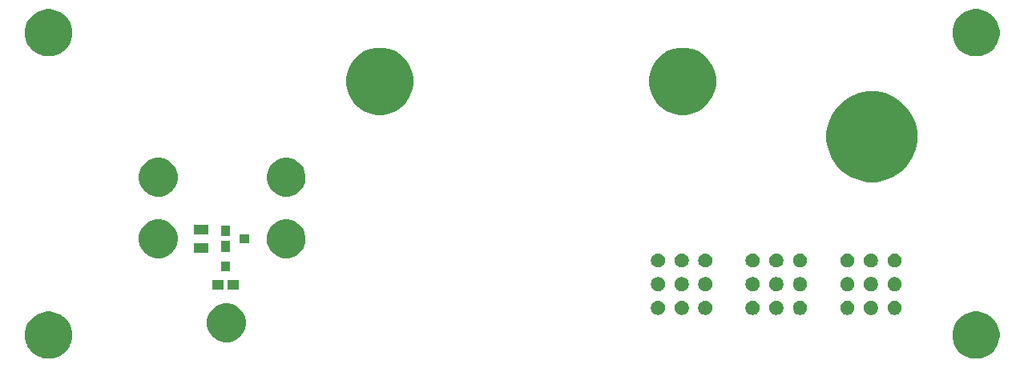
<source format=gbs>
G04 #@! TF.GenerationSoftware,KiCad,Pcbnew,5.0.2-bee76a0~70~ubuntu16.04.1*
G04 #@! TF.CreationDate,2019-09-01T12:37:42-07:00*
G04 #@! TF.ProjectId,endcap,656e6463-6170-42e6-9b69-6361645f7063,rev?*
G04 #@! TF.SameCoordinates,PX2faf080PY2faf080*
G04 #@! TF.FileFunction,Soldermask,Bot*
G04 #@! TF.FilePolarity,Negative*
%FSLAX46Y46*%
G04 Gerber Fmt 4.6, Leading zero omitted, Abs format (unit mm)*
G04 Created by KiCad (PCBNEW 5.0.2-bee76a0~70~ubuntu16.04.1) date Sun 01 Sep 2019 12:37:42 PM PDT*
%MOMM*%
%LPD*%
G01*
G04 APERTURE LIST*
%ADD10C,0.100000*%
G04 APERTURE END LIST*
D10*
G36*
X102487921Y-33547056D02*
X102729515Y-33595112D01*
X103184668Y-33783643D01*
X103588841Y-34053703D01*
X103594297Y-34057349D01*
X103942651Y-34405703D01*
X104216358Y-34815334D01*
X104404888Y-35270486D01*
X104501000Y-35753672D01*
X104501000Y-36246328D01*
X104491693Y-36293116D01*
X104404888Y-36729515D01*
X104271577Y-37051356D01*
X104216358Y-37184666D01*
X103942651Y-37594297D01*
X103594297Y-37942651D01*
X103594294Y-37942653D01*
X103184668Y-38216357D01*
X102729515Y-38404888D01*
X102487921Y-38452944D01*
X102246328Y-38501000D01*
X101753672Y-38501000D01*
X101512079Y-38452944D01*
X101270485Y-38404888D01*
X100815332Y-38216357D01*
X100405706Y-37942653D01*
X100405703Y-37942651D01*
X100057349Y-37594297D01*
X99783642Y-37184666D01*
X99728423Y-37051356D01*
X99595112Y-36729515D01*
X99508307Y-36293116D01*
X99499000Y-36246328D01*
X99499000Y-35753672D01*
X99595112Y-35270486D01*
X99783642Y-34815334D01*
X100057349Y-34405703D01*
X100405703Y-34057349D01*
X100411159Y-34053703D01*
X100815332Y-33783643D01*
X101270485Y-33595112D01*
X101512079Y-33547056D01*
X101753672Y-33499000D01*
X102246328Y-33499000D01*
X102487921Y-33547056D01*
X102487921Y-33547056D01*
G37*
G36*
X4487921Y-33547056D02*
X4729515Y-33595112D01*
X5184668Y-33783643D01*
X5588841Y-34053703D01*
X5594297Y-34057349D01*
X5942651Y-34405703D01*
X6216358Y-34815334D01*
X6404888Y-35270486D01*
X6501000Y-35753672D01*
X6501000Y-36246328D01*
X6491693Y-36293116D01*
X6404888Y-36729515D01*
X6271577Y-37051356D01*
X6216358Y-37184666D01*
X5942651Y-37594297D01*
X5594297Y-37942651D01*
X5594294Y-37942653D01*
X5184668Y-38216357D01*
X4729515Y-38404888D01*
X4487921Y-38452944D01*
X4246328Y-38501000D01*
X3753672Y-38501000D01*
X3512079Y-38452944D01*
X3270485Y-38404888D01*
X2815332Y-38216357D01*
X2405706Y-37942653D01*
X2405703Y-37942651D01*
X2057349Y-37594297D01*
X1783642Y-37184666D01*
X1728423Y-37051356D01*
X1595112Y-36729515D01*
X1508307Y-36293116D01*
X1499000Y-36246328D01*
X1499000Y-35753672D01*
X1595112Y-35270486D01*
X1783642Y-34815334D01*
X2057349Y-34405703D01*
X2405703Y-34057349D01*
X2411159Y-34053703D01*
X2815332Y-33783643D01*
X3270485Y-33595112D01*
X3512079Y-33547056D01*
X3753672Y-33499000D01*
X4246328Y-33499000D01*
X4487921Y-33547056D01*
X4487921Y-33547056D01*
G37*
G36*
X23398252Y-32727818D02*
X23398254Y-32727819D01*
X23398255Y-32727819D01*
X23771513Y-32882427D01*
X23771514Y-32882428D01*
X24107439Y-33106886D01*
X24393114Y-33392561D01*
X24393116Y-33392564D01*
X24617573Y-33728487D01*
X24772181Y-34101745D01*
X24851000Y-34497994D01*
X24851000Y-34902006D01*
X24772181Y-35298255D01*
X24617573Y-35671513D01*
X24617572Y-35671514D01*
X24393114Y-36007439D01*
X24107439Y-36293114D01*
X24107436Y-36293116D01*
X23771513Y-36517573D01*
X23398255Y-36672181D01*
X23398254Y-36672181D01*
X23398252Y-36672182D01*
X23002007Y-36751000D01*
X22597993Y-36751000D01*
X22201748Y-36672182D01*
X22201746Y-36672181D01*
X22201745Y-36672181D01*
X21828487Y-36517573D01*
X21492564Y-36293116D01*
X21492561Y-36293114D01*
X21206886Y-36007439D01*
X20982428Y-35671514D01*
X20982427Y-35671513D01*
X20827819Y-35298255D01*
X20749000Y-34902006D01*
X20749000Y-34497994D01*
X20827819Y-34101745D01*
X20982427Y-33728487D01*
X21206884Y-33392564D01*
X21206886Y-33392561D01*
X21492561Y-33106886D01*
X21828486Y-32882428D01*
X21828487Y-32882427D01*
X22201745Y-32727819D01*
X22201746Y-32727819D01*
X22201748Y-32727818D01*
X22597993Y-32649000D01*
X23002007Y-32649000D01*
X23398252Y-32727818D01*
X23398252Y-32727818D01*
G37*
G36*
X68532004Y-32360544D02*
X68619059Y-32377860D01*
X68755732Y-32434472D01*
X68755733Y-32434473D01*
X68878738Y-32516662D01*
X68983338Y-32621262D01*
X68983340Y-32621265D01*
X69065528Y-32744268D01*
X69122140Y-32880941D01*
X69151000Y-33026033D01*
X69151000Y-33173967D01*
X69122140Y-33319059D01*
X69065528Y-33455732D01*
X69065527Y-33455733D01*
X68983338Y-33578738D01*
X68878738Y-33683338D01*
X68878735Y-33683340D01*
X68755732Y-33765528D01*
X68619059Y-33822140D01*
X68532004Y-33839456D01*
X68473969Y-33851000D01*
X68326031Y-33851000D01*
X68267996Y-33839456D01*
X68180941Y-33822140D01*
X68044268Y-33765528D01*
X67921265Y-33683340D01*
X67921262Y-33683338D01*
X67816662Y-33578738D01*
X67734473Y-33455733D01*
X67734472Y-33455732D01*
X67677860Y-33319059D01*
X67649000Y-33173967D01*
X67649000Y-33026033D01*
X67677860Y-32880941D01*
X67734472Y-32744268D01*
X67816660Y-32621265D01*
X67816662Y-32621262D01*
X67921262Y-32516662D01*
X68044267Y-32434473D01*
X68044268Y-32434472D01*
X68180941Y-32377860D01*
X68267996Y-32360544D01*
X68326031Y-32349000D01*
X68473969Y-32349000D01*
X68532004Y-32360544D01*
X68532004Y-32360544D01*
G37*
G36*
X71032004Y-32360544D02*
X71119059Y-32377860D01*
X71255732Y-32434472D01*
X71255733Y-32434473D01*
X71378738Y-32516662D01*
X71483338Y-32621262D01*
X71483340Y-32621265D01*
X71565528Y-32744268D01*
X71622140Y-32880941D01*
X71651000Y-33026033D01*
X71651000Y-33173967D01*
X71622140Y-33319059D01*
X71565528Y-33455732D01*
X71565527Y-33455733D01*
X71483338Y-33578738D01*
X71378738Y-33683338D01*
X71378735Y-33683340D01*
X71255732Y-33765528D01*
X71119059Y-33822140D01*
X71032004Y-33839456D01*
X70973969Y-33851000D01*
X70826031Y-33851000D01*
X70767996Y-33839456D01*
X70680941Y-33822140D01*
X70544268Y-33765528D01*
X70421265Y-33683340D01*
X70421262Y-33683338D01*
X70316662Y-33578738D01*
X70234473Y-33455733D01*
X70234472Y-33455732D01*
X70177860Y-33319059D01*
X70149000Y-33173967D01*
X70149000Y-33026033D01*
X70177860Y-32880941D01*
X70234472Y-32744268D01*
X70316660Y-32621265D01*
X70316662Y-32621262D01*
X70421262Y-32516662D01*
X70544267Y-32434473D01*
X70544268Y-32434472D01*
X70680941Y-32377860D01*
X70767996Y-32360544D01*
X70826031Y-32349000D01*
X70973969Y-32349000D01*
X71032004Y-32360544D01*
X71032004Y-32360544D01*
G37*
G36*
X73532004Y-32360544D02*
X73619059Y-32377860D01*
X73755732Y-32434472D01*
X73755733Y-32434473D01*
X73878738Y-32516662D01*
X73983338Y-32621262D01*
X73983340Y-32621265D01*
X74065528Y-32744268D01*
X74122140Y-32880941D01*
X74151000Y-33026033D01*
X74151000Y-33173967D01*
X74122140Y-33319059D01*
X74065528Y-33455732D01*
X74065527Y-33455733D01*
X73983338Y-33578738D01*
X73878738Y-33683338D01*
X73878735Y-33683340D01*
X73755732Y-33765528D01*
X73619059Y-33822140D01*
X73532004Y-33839456D01*
X73473969Y-33851000D01*
X73326031Y-33851000D01*
X73267996Y-33839456D01*
X73180941Y-33822140D01*
X73044268Y-33765528D01*
X72921265Y-33683340D01*
X72921262Y-33683338D01*
X72816662Y-33578738D01*
X72734473Y-33455733D01*
X72734472Y-33455732D01*
X72677860Y-33319059D01*
X72649000Y-33173967D01*
X72649000Y-33026033D01*
X72677860Y-32880941D01*
X72734472Y-32744268D01*
X72816660Y-32621265D01*
X72816662Y-32621262D01*
X72921262Y-32516662D01*
X73044267Y-32434473D01*
X73044268Y-32434472D01*
X73180941Y-32377860D01*
X73267996Y-32360544D01*
X73326031Y-32349000D01*
X73473969Y-32349000D01*
X73532004Y-32360544D01*
X73532004Y-32360544D01*
G37*
G36*
X78532004Y-32360544D02*
X78619059Y-32377860D01*
X78755732Y-32434472D01*
X78755733Y-32434473D01*
X78878738Y-32516662D01*
X78983338Y-32621262D01*
X78983340Y-32621265D01*
X79065528Y-32744268D01*
X79122140Y-32880941D01*
X79151000Y-33026033D01*
X79151000Y-33173967D01*
X79122140Y-33319059D01*
X79065528Y-33455732D01*
X79065527Y-33455733D01*
X78983338Y-33578738D01*
X78878738Y-33683338D01*
X78878735Y-33683340D01*
X78755732Y-33765528D01*
X78619059Y-33822140D01*
X78532004Y-33839456D01*
X78473969Y-33851000D01*
X78326031Y-33851000D01*
X78267996Y-33839456D01*
X78180941Y-33822140D01*
X78044268Y-33765528D01*
X77921265Y-33683340D01*
X77921262Y-33683338D01*
X77816662Y-33578738D01*
X77734473Y-33455733D01*
X77734472Y-33455732D01*
X77677860Y-33319059D01*
X77649000Y-33173967D01*
X77649000Y-33026033D01*
X77677860Y-32880941D01*
X77734472Y-32744268D01*
X77816660Y-32621265D01*
X77816662Y-32621262D01*
X77921262Y-32516662D01*
X78044267Y-32434473D01*
X78044268Y-32434472D01*
X78180941Y-32377860D01*
X78267996Y-32360544D01*
X78326031Y-32349000D01*
X78473969Y-32349000D01*
X78532004Y-32360544D01*
X78532004Y-32360544D01*
G37*
G36*
X81032004Y-32360544D02*
X81119059Y-32377860D01*
X81255732Y-32434472D01*
X81255733Y-32434473D01*
X81378738Y-32516662D01*
X81483338Y-32621262D01*
X81483340Y-32621265D01*
X81565528Y-32744268D01*
X81622140Y-32880941D01*
X81651000Y-33026033D01*
X81651000Y-33173967D01*
X81622140Y-33319059D01*
X81565528Y-33455732D01*
X81565527Y-33455733D01*
X81483338Y-33578738D01*
X81378738Y-33683338D01*
X81378735Y-33683340D01*
X81255732Y-33765528D01*
X81119059Y-33822140D01*
X81032004Y-33839456D01*
X80973969Y-33851000D01*
X80826031Y-33851000D01*
X80767996Y-33839456D01*
X80680941Y-33822140D01*
X80544268Y-33765528D01*
X80421265Y-33683340D01*
X80421262Y-33683338D01*
X80316662Y-33578738D01*
X80234473Y-33455733D01*
X80234472Y-33455732D01*
X80177860Y-33319059D01*
X80149000Y-33173967D01*
X80149000Y-33026033D01*
X80177860Y-32880941D01*
X80234472Y-32744268D01*
X80316660Y-32621265D01*
X80316662Y-32621262D01*
X80421262Y-32516662D01*
X80544267Y-32434473D01*
X80544268Y-32434472D01*
X80680941Y-32377860D01*
X80767996Y-32360544D01*
X80826031Y-32349000D01*
X80973969Y-32349000D01*
X81032004Y-32360544D01*
X81032004Y-32360544D01*
G37*
G36*
X83532004Y-32360544D02*
X83619059Y-32377860D01*
X83755732Y-32434472D01*
X83755733Y-32434473D01*
X83878738Y-32516662D01*
X83983338Y-32621262D01*
X83983340Y-32621265D01*
X84065528Y-32744268D01*
X84122140Y-32880941D01*
X84151000Y-33026033D01*
X84151000Y-33173967D01*
X84122140Y-33319059D01*
X84065528Y-33455732D01*
X84065527Y-33455733D01*
X83983338Y-33578738D01*
X83878738Y-33683338D01*
X83878735Y-33683340D01*
X83755732Y-33765528D01*
X83619059Y-33822140D01*
X83532004Y-33839456D01*
X83473969Y-33851000D01*
X83326031Y-33851000D01*
X83267996Y-33839456D01*
X83180941Y-33822140D01*
X83044268Y-33765528D01*
X82921265Y-33683340D01*
X82921262Y-33683338D01*
X82816662Y-33578738D01*
X82734473Y-33455733D01*
X82734472Y-33455732D01*
X82677860Y-33319059D01*
X82649000Y-33173967D01*
X82649000Y-33026033D01*
X82677860Y-32880941D01*
X82734472Y-32744268D01*
X82816660Y-32621265D01*
X82816662Y-32621262D01*
X82921262Y-32516662D01*
X83044267Y-32434473D01*
X83044268Y-32434472D01*
X83180941Y-32377860D01*
X83267996Y-32360544D01*
X83326031Y-32349000D01*
X83473969Y-32349000D01*
X83532004Y-32360544D01*
X83532004Y-32360544D01*
G37*
G36*
X88532004Y-32360544D02*
X88619059Y-32377860D01*
X88755732Y-32434472D01*
X88755733Y-32434473D01*
X88878738Y-32516662D01*
X88983338Y-32621262D01*
X88983340Y-32621265D01*
X89065528Y-32744268D01*
X89122140Y-32880941D01*
X89151000Y-33026033D01*
X89151000Y-33173967D01*
X89122140Y-33319059D01*
X89065528Y-33455732D01*
X89065527Y-33455733D01*
X88983338Y-33578738D01*
X88878738Y-33683338D01*
X88878735Y-33683340D01*
X88755732Y-33765528D01*
X88619059Y-33822140D01*
X88532004Y-33839456D01*
X88473969Y-33851000D01*
X88326031Y-33851000D01*
X88267996Y-33839456D01*
X88180941Y-33822140D01*
X88044268Y-33765528D01*
X87921265Y-33683340D01*
X87921262Y-33683338D01*
X87816662Y-33578738D01*
X87734473Y-33455733D01*
X87734472Y-33455732D01*
X87677860Y-33319059D01*
X87649000Y-33173967D01*
X87649000Y-33026033D01*
X87677860Y-32880941D01*
X87734472Y-32744268D01*
X87816660Y-32621265D01*
X87816662Y-32621262D01*
X87921262Y-32516662D01*
X88044267Y-32434473D01*
X88044268Y-32434472D01*
X88180941Y-32377860D01*
X88267996Y-32360544D01*
X88326031Y-32349000D01*
X88473969Y-32349000D01*
X88532004Y-32360544D01*
X88532004Y-32360544D01*
G37*
G36*
X91032004Y-32360544D02*
X91119059Y-32377860D01*
X91255732Y-32434472D01*
X91255733Y-32434473D01*
X91378738Y-32516662D01*
X91483338Y-32621262D01*
X91483340Y-32621265D01*
X91565528Y-32744268D01*
X91622140Y-32880941D01*
X91651000Y-33026033D01*
X91651000Y-33173967D01*
X91622140Y-33319059D01*
X91565528Y-33455732D01*
X91565527Y-33455733D01*
X91483338Y-33578738D01*
X91378738Y-33683338D01*
X91378735Y-33683340D01*
X91255732Y-33765528D01*
X91119059Y-33822140D01*
X91032004Y-33839456D01*
X90973969Y-33851000D01*
X90826031Y-33851000D01*
X90767996Y-33839456D01*
X90680941Y-33822140D01*
X90544268Y-33765528D01*
X90421265Y-33683340D01*
X90421262Y-33683338D01*
X90316662Y-33578738D01*
X90234473Y-33455733D01*
X90234472Y-33455732D01*
X90177860Y-33319059D01*
X90149000Y-33173967D01*
X90149000Y-33026033D01*
X90177860Y-32880941D01*
X90234472Y-32744268D01*
X90316660Y-32621265D01*
X90316662Y-32621262D01*
X90421262Y-32516662D01*
X90544267Y-32434473D01*
X90544268Y-32434472D01*
X90680941Y-32377860D01*
X90767996Y-32360544D01*
X90826031Y-32349000D01*
X90973969Y-32349000D01*
X91032004Y-32360544D01*
X91032004Y-32360544D01*
G37*
G36*
X93532004Y-32360544D02*
X93619059Y-32377860D01*
X93755732Y-32434472D01*
X93755733Y-32434473D01*
X93878738Y-32516662D01*
X93983338Y-32621262D01*
X93983340Y-32621265D01*
X94065528Y-32744268D01*
X94122140Y-32880941D01*
X94151000Y-33026033D01*
X94151000Y-33173967D01*
X94122140Y-33319059D01*
X94065528Y-33455732D01*
X94065527Y-33455733D01*
X93983338Y-33578738D01*
X93878738Y-33683338D01*
X93878735Y-33683340D01*
X93755732Y-33765528D01*
X93619059Y-33822140D01*
X93532004Y-33839456D01*
X93473969Y-33851000D01*
X93326031Y-33851000D01*
X93267996Y-33839456D01*
X93180941Y-33822140D01*
X93044268Y-33765528D01*
X92921265Y-33683340D01*
X92921262Y-33683338D01*
X92816662Y-33578738D01*
X92734473Y-33455733D01*
X92734472Y-33455732D01*
X92677860Y-33319059D01*
X92649000Y-33173967D01*
X92649000Y-33026033D01*
X92677860Y-32880941D01*
X92734472Y-32744268D01*
X92816660Y-32621265D01*
X92816662Y-32621262D01*
X92921262Y-32516662D01*
X93044267Y-32434473D01*
X93044268Y-32434472D01*
X93180941Y-32377860D01*
X93267996Y-32360544D01*
X93326031Y-32349000D01*
X93473969Y-32349000D01*
X93532004Y-32360544D01*
X93532004Y-32360544D01*
G37*
G36*
X81032004Y-29860544D02*
X81119059Y-29877860D01*
X81255732Y-29934472D01*
X81255733Y-29934473D01*
X81378738Y-30016662D01*
X81483338Y-30121262D01*
X81483340Y-30121265D01*
X81565528Y-30244268D01*
X81622140Y-30380941D01*
X81651000Y-30526033D01*
X81651000Y-30673967D01*
X81622140Y-30819059D01*
X81565528Y-30955732D01*
X81565527Y-30955733D01*
X81483338Y-31078738D01*
X81378738Y-31183338D01*
X81378735Y-31183340D01*
X81255732Y-31265528D01*
X81119059Y-31322140D01*
X81032004Y-31339456D01*
X80973969Y-31351000D01*
X80826031Y-31351000D01*
X80767996Y-31339456D01*
X80680941Y-31322140D01*
X80544268Y-31265528D01*
X80421265Y-31183340D01*
X80421262Y-31183338D01*
X80316662Y-31078738D01*
X80234473Y-30955733D01*
X80234472Y-30955732D01*
X80177860Y-30819059D01*
X80149000Y-30673967D01*
X80149000Y-30526033D01*
X80177860Y-30380941D01*
X80234472Y-30244268D01*
X80316660Y-30121265D01*
X80316662Y-30121262D01*
X80421262Y-30016662D01*
X80544267Y-29934473D01*
X80544268Y-29934472D01*
X80680941Y-29877860D01*
X80767996Y-29860544D01*
X80826031Y-29849000D01*
X80973969Y-29849000D01*
X81032004Y-29860544D01*
X81032004Y-29860544D01*
G37*
G36*
X73532004Y-29860544D02*
X73619059Y-29877860D01*
X73755732Y-29934472D01*
X73755733Y-29934473D01*
X73878738Y-30016662D01*
X73983338Y-30121262D01*
X73983340Y-30121265D01*
X74065528Y-30244268D01*
X74122140Y-30380941D01*
X74151000Y-30526033D01*
X74151000Y-30673967D01*
X74122140Y-30819059D01*
X74065528Y-30955732D01*
X74065527Y-30955733D01*
X73983338Y-31078738D01*
X73878738Y-31183338D01*
X73878735Y-31183340D01*
X73755732Y-31265528D01*
X73619059Y-31322140D01*
X73532004Y-31339456D01*
X73473969Y-31351000D01*
X73326031Y-31351000D01*
X73267996Y-31339456D01*
X73180941Y-31322140D01*
X73044268Y-31265528D01*
X72921265Y-31183340D01*
X72921262Y-31183338D01*
X72816662Y-31078738D01*
X72734473Y-30955733D01*
X72734472Y-30955732D01*
X72677860Y-30819059D01*
X72649000Y-30673967D01*
X72649000Y-30526033D01*
X72677860Y-30380941D01*
X72734472Y-30244268D01*
X72816660Y-30121265D01*
X72816662Y-30121262D01*
X72921262Y-30016662D01*
X73044267Y-29934473D01*
X73044268Y-29934472D01*
X73180941Y-29877860D01*
X73267996Y-29860544D01*
X73326031Y-29849000D01*
X73473969Y-29849000D01*
X73532004Y-29860544D01*
X73532004Y-29860544D01*
G37*
G36*
X71032004Y-29860544D02*
X71119059Y-29877860D01*
X71255732Y-29934472D01*
X71255733Y-29934473D01*
X71378738Y-30016662D01*
X71483338Y-30121262D01*
X71483340Y-30121265D01*
X71565528Y-30244268D01*
X71622140Y-30380941D01*
X71651000Y-30526033D01*
X71651000Y-30673967D01*
X71622140Y-30819059D01*
X71565528Y-30955732D01*
X71565527Y-30955733D01*
X71483338Y-31078738D01*
X71378738Y-31183338D01*
X71378735Y-31183340D01*
X71255732Y-31265528D01*
X71119059Y-31322140D01*
X71032004Y-31339456D01*
X70973969Y-31351000D01*
X70826031Y-31351000D01*
X70767996Y-31339456D01*
X70680941Y-31322140D01*
X70544268Y-31265528D01*
X70421265Y-31183340D01*
X70421262Y-31183338D01*
X70316662Y-31078738D01*
X70234473Y-30955733D01*
X70234472Y-30955732D01*
X70177860Y-30819059D01*
X70149000Y-30673967D01*
X70149000Y-30526033D01*
X70177860Y-30380941D01*
X70234472Y-30244268D01*
X70316660Y-30121265D01*
X70316662Y-30121262D01*
X70421262Y-30016662D01*
X70544267Y-29934473D01*
X70544268Y-29934472D01*
X70680941Y-29877860D01*
X70767996Y-29860544D01*
X70826031Y-29849000D01*
X70973969Y-29849000D01*
X71032004Y-29860544D01*
X71032004Y-29860544D01*
G37*
G36*
X68532004Y-29860544D02*
X68619059Y-29877860D01*
X68755732Y-29934472D01*
X68755733Y-29934473D01*
X68878738Y-30016662D01*
X68983338Y-30121262D01*
X68983340Y-30121265D01*
X69065528Y-30244268D01*
X69122140Y-30380941D01*
X69151000Y-30526033D01*
X69151000Y-30673967D01*
X69122140Y-30819059D01*
X69065528Y-30955732D01*
X69065527Y-30955733D01*
X68983338Y-31078738D01*
X68878738Y-31183338D01*
X68878735Y-31183340D01*
X68755732Y-31265528D01*
X68619059Y-31322140D01*
X68532004Y-31339456D01*
X68473969Y-31351000D01*
X68326031Y-31351000D01*
X68267996Y-31339456D01*
X68180941Y-31322140D01*
X68044268Y-31265528D01*
X67921265Y-31183340D01*
X67921262Y-31183338D01*
X67816662Y-31078738D01*
X67734473Y-30955733D01*
X67734472Y-30955732D01*
X67677860Y-30819059D01*
X67649000Y-30673967D01*
X67649000Y-30526033D01*
X67677860Y-30380941D01*
X67734472Y-30244268D01*
X67816660Y-30121265D01*
X67816662Y-30121262D01*
X67921262Y-30016662D01*
X68044267Y-29934473D01*
X68044268Y-29934472D01*
X68180941Y-29877860D01*
X68267996Y-29860544D01*
X68326031Y-29849000D01*
X68473969Y-29849000D01*
X68532004Y-29860544D01*
X68532004Y-29860544D01*
G37*
G36*
X83532004Y-29860544D02*
X83619059Y-29877860D01*
X83755732Y-29934472D01*
X83755733Y-29934473D01*
X83878738Y-30016662D01*
X83983338Y-30121262D01*
X83983340Y-30121265D01*
X84065528Y-30244268D01*
X84122140Y-30380941D01*
X84151000Y-30526033D01*
X84151000Y-30673967D01*
X84122140Y-30819059D01*
X84065528Y-30955732D01*
X84065527Y-30955733D01*
X83983338Y-31078738D01*
X83878738Y-31183338D01*
X83878735Y-31183340D01*
X83755732Y-31265528D01*
X83619059Y-31322140D01*
X83532004Y-31339456D01*
X83473969Y-31351000D01*
X83326031Y-31351000D01*
X83267996Y-31339456D01*
X83180941Y-31322140D01*
X83044268Y-31265528D01*
X82921265Y-31183340D01*
X82921262Y-31183338D01*
X82816662Y-31078738D01*
X82734473Y-30955733D01*
X82734472Y-30955732D01*
X82677860Y-30819059D01*
X82649000Y-30673967D01*
X82649000Y-30526033D01*
X82677860Y-30380941D01*
X82734472Y-30244268D01*
X82816660Y-30121265D01*
X82816662Y-30121262D01*
X82921262Y-30016662D01*
X83044267Y-29934473D01*
X83044268Y-29934472D01*
X83180941Y-29877860D01*
X83267996Y-29860544D01*
X83326031Y-29849000D01*
X83473969Y-29849000D01*
X83532004Y-29860544D01*
X83532004Y-29860544D01*
G37*
G36*
X78532004Y-29860544D02*
X78619059Y-29877860D01*
X78755732Y-29934472D01*
X78755733Y-29934473D01*
X78878738Y-30016662D01*
X78983338Y-30121262D01*
X78983340Y-30121265D01*
X79065528Y-30244268D01*
X79122140Y-30380941D01*
X79151000Y-30526033D01*
X79151000Y-30673967D01*
X79122140Y-30819059D01*
X79065528Y-30955732D01*
X79065527Y-30955733D01*
X78983338Y-31078738D01*
X78878738Y-31183338D01*
X78878735Y-31183340D01*
X78755732Y-31265528D01*
X78619059Y-31322140D01*
X78532004Y-31339456D01*
X78473969Y-31351000D01*
X78326031Y-31351000D01*
X78267996Y-31339456D01*
X78180941Y-31322140D01*
X78044268Y-31265528D01*
X77921265Y-31183340D01*
X77921262Y-31183338D01*
X77816662Y-31078738D01*
X77734473Y-30955733D01*
X77734472Y-30955732D01*
X77677860Y-30819059D01*
X77649000Y-30673967D01*
X77649000Y-30526033D01*
X77677860Y-30380941D01*
X77734472Y-30244268D01*
X77816660Y-30121265D01*
X77816662Y-30121262D01*
X77921262Y-30016662D01*
X78044267Y-29934473D01*
X78044268Y-29934472D01*
X78180941Y-29877860D01*
X78267996Y-29860544D01*
X78326031Y-29849000D01*
X78473969Y-29849000D01*
X78532004Y-29860544D01*
X78532004Y-29860544D01*
G37*
G36*
X93532004Y-29860544D02*
X93619059Y-29877860D01*
X93755732Y-29934472D01*
X93755733Y-29934473D01*
X93878738Y-30016662D01*
X93983338Y-30121262D01*
X93983340Y-30121265D01*
X94065528Y-30244268D01*
X94122140Y-30380941D01*
X94151000Y-30526033D01*
X94151000Y-30673967D01*
X94122140Y-30819059D01*
X94065528Y-30955732D01*
X94065527Y-30955733D01*
X93983338Y-31078738D01*
X93878738Y-31183338D01*
X93878735Y-31183340D01*
X93755732Y-31265528D01*
X93619059Y-31322140D01*
X93532004Y-31339456D01*
X93473969Y-31351000D01*
X93326031Y-31351000D01*
X93267996Y-31339456D01*
X93180941Y-31322140D01*
X93044268Y-31265528D01*
X92921265Y-31183340D01*
X92921262Y-31183338D01*
X92816662Y-31078738D01*
X92734473Y-30955733D01*
X92734472Y-30955732D01*
X92677860Y-30819059D01*
X92649000Y-30673967D01*
X92649000Y-30526033D01*
X92677860Y-30380941D01*
X92734472Y-30244268D01*
X92816660Y-30121265D01*
X92816662Y-30121262D01*
X92921262Y-30016662D01*
X93044267Y-29934473D01*
X93044268Y-29934472D01*
X93180941Y-29877860D01*
X93267996Y-29860544D01*
X93326031Y-29849000D01*
X93473969Y-29849000D01*
X93532004Y-29860544D01*
X93532004Y-29860544D01*
G37*
G36*
X91032004Y-29860544D02*
X91119059Y-29877860D01*
X91255732Y-29934472D01*
X91255733Y-29934473D01*
X91378738Y-30016662D01*
X91483338Y-30121262D01*
X91483340Y-30121265D01*
X91565528Y-30244268D01*
X91622140Y-30380941D01*
X91651000Y-30526033D01*
X91651000Y-30673967D01*
X91622140Y-30819059D01*
X91565528Y-30955732D01*
X91565527Y-30955733D01*
X91483338Y-31078738D01*
X91378738Y-31183338D01*
X91378735Y-31183340D01*
X91255732Y-31265528D01*
X91119059Y-31322140D01*
X91032004Y-31339456D01*
X90973969Y-31351000D01*
X90826031Y-31351000D01*
X90767996Y-31339456D01*
X90680941Y-31322140D01*
X90544268Y-31265528D01*
X90421265Y-31183340D01*
X90421262Y-31183338D01*
X90316662Y-31078738D01*
X90234473Y-30955733D01*
X90234472Y-30955732D01*
X90177860Y-30819059D01*
X90149000Y-30673967D01*
X90149000Y-30526033D01*
X90177860Y-30380941D01*
X90234472Y-30244268D01*
X90316660Y-30121265D01*
X90316662Y-30121262D01*
X90421262Y-30016662D01*
X90544267Y-29934473D01*
X90544268Y-29934472D01*
X90680941Y-29877860D01*
X90767996Y-29860544D01*
X90826031Y-29849000D01*
X90973969Y-29849000D01*
X91032004Y-29860544D01*
X91032004Y-29860544D01*
G37*
G36*
X88532004Y-29860544D02*
X88619059Y-29877860D01*
X88755732Y-29934472D01*
X88755733Y-29934473D01*
X88878738Y-30016662D01*
X88983338Y-30121262D01*
X88983340Y-30121265D01*
X89065528Y-30244268D01*
X89122140Y-30380941D01*
X89151000Y-30526033D01*
X89151000Y-30673967D01*
X89122140Y-30819059D01*
X89065528Y-30955732D01*
X89065527Y-30955733D01*
X88983338Y-31078738D01*
X88878738Y-31183338D01*
X88878735Y-31183340D01*
X88755732Y-31265528D01*
X88619059Y-31322140D01*
X88532004Y-31339456D01*
X88473969Y-31351000D01*
X88326031Y-31351000D01*
X88267996Y-31339456D01*
X88180941Y-31322140D01*
X88044268Y-31265528D01*
X87921265Y-31183340D01*
X87921262Y-31183338D01*
X87816662Y-31078738D01*
X87734473Y-30955733D01*
X87734472Y-30955732D01*
X87677860Y-30819059D01*
X87649000Y-30673967D01*
X87649000Y-30526033D01*
X87677860Y-30380941D01*
X87734472Y-30244268D01*
X87816660Y-30121265D01*
X87816662Y-30121262D01*
X87921262Y-30016662D01*
X88044267Y-29934473D01*
X88044268Y-29934472D01*
X88180941Y-29877860D01*
X88267996Y-29860544D01*
X88326031Y-29849000D01*
X88473969Y-29849000D01*
X88532004Y-29860544D01*
X88532004Y-29860544D01*
G37*
G36*
X22451000Y-31201000D02*
X21299000Y-31201000D01*
X21299000Y-30199000D01*
X22451000Y-30199000D01*
X22451000Y-31201000D01*
X22451000Y-31201000D01*
G37*
G36*
X24101000Y-31201000D02*
X22949000Y-31201000D01*
X22949000Y-30199000D01*
X24101000Y-30199000D01*
X24101000Y-31201000D01*
X24101000Y-31201000D01*
G37*
G36*
X23151000Y-29201000D02*
X22249000Y-29201000D01*
X22249000Y-28199000D01*
X23151000Y-28199000D01*
X23151000Y-29201000D01*
X23151000Y-29201000D01*
G37*
G36*
X73532004Y-27360544D02*
X73619059Y-27377860D01*
X73755732Y-27434472D01*
X73755733Y-27434473D01*
X73878738Y-27516662D01*
X73983338Y-27621262D01*
X73983340Y-27621265D01*
X74065528Y-27744268D01*
X74122140Y-27880941D01*
X74151000Y-28026033D01*
X74151000Y-28173967D01*
X74122140Y-28319059D01*
X74065528Y-28455732D01*
X74065527Y-28455733D01*
X73983338Y-28578738D01*
X73878738Y-28683338D01*
X73878735Y-28683340D01*
X73755732Y-28765528D01*
X73619059Y-28822140D01*
X73532004Y-28839456D01*
X73473969Y-28851000D01*
X73326031Y-28851000D01*
X73267996Y-28839456D01*
X73180941Y-28822140D01*
X73044268Y-28765528D01*
X72921265Y-28683340D01*
X72921262Y-28683338D01*
X72816662Y-28578738D01*
X72734473Y-28455733D01*
X72734472Y-28455732D01*
X72677860Y-28319059D01*
X72649000Y-28173967D01*
X72649000Y-28026033D01*
X72677860Y-27880941D01*
X72734472Y-27744268D01*
X72816660Y-27621265D01*
X72816662Y-27621262D01*
X72921262Y-27516662D01*
X73044267Y-27434473D01*
X73044268Y-27434472D01*
X73180941Y-27377860D01*
X73267996Y-27360544D01*
X73326031Y-27349000D01*
X73473969Y-27349000D01*
X73532004Y-27360544D01*
X73532004Y-27360544D01*
G37*
G36*
X93532004Y-27360544D02*
X93619059Y-27377860D01*
X93755732Y-27434472D01*
X93755733Y-27434473D01*
X93878738Y-27516662D01*
X93983338Y-27621262D01*
X93983340Y-27621265D01*
X94065528Y-27744268D01*
X94122140Y-27880941D01*
X94151000Y-28026033D01*
X94151000Y-28173967D01*
X94122140Y-28319059D01*
X94065528Y-28455732D01*
X94065527Y-28455733D01*
X93983338Y-28578738D01*
X93878738Y-28683338D01*
X93878735Y-28683340D01*
X93755732Y-28765528D01*
X93619059Y-28822140D01*
X93532004Y-28839456D01*
X93473969Y-28851000D01*
X93326031Y-28851000D01*
X93267996Y-28839456D01*
X93180941Y-28822140D01*
X93044268Y-28765528D01*
X92921265Y-28683340D01*
X92921262Y-28683338D01*
X92816662Y-28578738D01*
X92734473Y-28455733D01*
X92734472Y-28455732D01*
X92677860Y-28319059D01*
X92649000Y-28173967D01*
X92649000Y-28026033D01*
X92677860Y-27880941D01*
X92734472Y-27744268D01*
X92816660Y-27621265D01*
X92816662Y-27621262D01*
X92921262Y-27516662D01*
X93044267Y-27434473D01*
X93044268Y-27434472D01*
X93180941Y-27377860D01*
X93267996Y-27360544D01*
X93326031Y-27349000D01*
X93473969Y-27349000D01*
X93532004Y-27360544D01*
X93532004Y-27360544D01*
G37*
G36*
X91032004Y-27360544D02*
X91119059Y-27377860D01*
X91255732Y-27434472D01*
X91255733Y-27434473D01*
X91378738Y-27516662D01*
X91483338Y-27621262D01*
X91483340Y-27621265D01*
X91565528Y-27744268D01*
X91622140Y-27880941D01*
X91651000Y-28026033D01*
X91651000Y-28173967D01*
X91622140Y-28319059D01*
X91565528Y-28455732D01*
X91565527Y-28455733D01*
X91483338Y-28578738D01*
X91378738Y-28683338D01*
X91378735Y-28683340D01*
X91255732Y-28765528D01*
X91119059Y-28822140D01*
X91032004Y-28839456D01*
X90973969Y-28851000D01*
X90826031Y-28851000D01*
X90767996Y-28839456D01*
X90680941Y-28822140D01*
X90544268Y-28765528D01*
X90421265Y-28683340D01*
X90421262Y-28683338D01*
X90316662Y-28578738D01*
X90234473Y-28455733D01*
X90234472Y-28455732D01*
X90177860Y-28319059D01*
X90149000Y-28173967D01*
X90149000Y-28026033D01*
X90177860Y-27880941D01*
X90234472Y-27744268D01*
X90316660Y-27621265D01*
X90316662Y-27621262D01*
X90421262Y-27516662D01*
X90544267Y-27434473D01*
X90544268Y-27434472D01*
X90680941Y-27377860D01*
X90767996Y-27360544D01*
X90826031Y-27349000D01*
X90973969Y-27349000D01*
X91032004Y-27360544D01*
X91032004Y-27360544D01*
G37*
G36*
X88532004Y-27360544D02*
X88619059Y-27377860D01*
X88755732Y-27434472D01*
X88755733Y-27434473D01*
X88878738Y-27516662D01*
X88983338Y-27621262D01*
X88983340Y-27621265D01*
X89065528Y-27744268D01*
X89122140Y-27880941D01*
X89151000Y-28026033D01*
X89151000Y-28173967D01*
X89122140Y-28319059D01*
X89065528Y-28455732D01*
X89065527Y-28455733D01*
X88983338Y-28578738D01*
X88878738Y-28683338D01*
X88878735Y-28683340D01*
X88755732Y-28765528D01*
X88619059Y-28822140D01*
X88532004Y-28839456D01*
X88473969Y-28851000D01*
X88326031Y-28851000D01*
X88267996Y-28839456D01*
X88180941Y-28822140D01*
X88044268Y-28765528D01*
X87921265Y-28683340D01*
X87921262Y-28683338D01*
X87816662Y-28578738D01*
X87734473Y-28455733D01*
X87734472Y-28455732D01*
X87677860Y-28319059D01*
X87649000Y-28173967D01*
X87649000Y-28026033D01*
X87677860Y-27880941D01*
X87734472Y-27744268D01*
X87816660Y-27621265D01*
X87816662Y-27621262D01*
X87921262Y-27516662D01*
X88044267Y-27434473D01*
X88044268Y-27434472D01*
X88180941Y-27377860D01*
X88267996Y-27360544D01*
X88326031Y-27349000D01*
X88473969Y-27349000D01*
X88532004Y-27360544D01*
X88532004Y-27360544D01*
G37*
G36*
X78532004Y-27360544D02*
X78619059Y-27377860D01*
X78755732Y-27434472D01*
X78755733Y-27434473D01*
X78878738Y-27516662D01*
X78983338Y-27621262D01*
X78983340Y-27621265D01*
X79065528Y-27744268D01*
X79122140Y-27880941D01*
X79151000Y-28026033D01*
X79151000Y-28173967D01*
X79122140Y-28319059D01*
X79065528Y-28455732D01*
X79065527Y-28455733D01*
X78983338Y-28578738D01*
X78878738Y-28683338D01*
X78878735Y-28683340D01*
X78755732Y-28765528D01*
X78619059Y-28822140D01*
X78532004Y-28839456D01*
X78473969Y-28851000D01*
X78326031Y-28851000D01*
X78267996Y-28839456D01*
X78180941Y-28822140D01*
X78044268Y-28765528D01*
X77921265Y-28683340D01*
X77921262Y-28683338D01*
X77816662Y-28578738D01*
X77734473Y-28455733D01*
X77734472Y-28455732D01*
X77677860Y-28319059D01*
X77649000Y-28173967D01*
X77649000Y-28026033D01*
X77677860Y-27880941D01*
X77734472Y-27744268D01*
X77816660Y-27621265D01*
X77816662Y-27621262D01*
X77921262Y-27516662D01*
X78044267Y-27434473D01*
X78044268Y-27434472D01*
X78180941Y-27377860D01*
X78267996Y-27360544D01*
X78326031Y-27349000D01*
X78473969Y-27349000D01*
X78532004Y-27360544D01*
X78532004Y-27360544D01*
G37*
G36*
X81032004Y-27360544D02*
X81119059Y-27377860D01*
X81255732Y-27434472D01*
X81255733Y-27434473D01*
X81378738Y-27516662D01*
X81483338Y-27621262D01*
X81483340Y-27621265D01*
X81565528Y-27744268D01*
X81622140Y-27880941D01*
X81651000Y-28026033D01*
X81651000Y-28173967D01*
X81622140Y-28319059D01*
X81565528Y-28455732D01*
X81565527Y-28455733D01*
X81483338Y-28578738D01*
X81378738Y-28683338D01*
X81378735Y-28683340D01*
X81255732Y-28765528D01*
X81119059Y-28822140D01*
X81032004Y-28839456D01*
X80973969Y-28851000D01*
X80826031Y-28851000D01*
X80767996Y-28839456D01*
X80680941Y-28822140D01*
X80544268Y-28765528D01*
X80421265Y-28683340D01*
X80421262Y-28683338D01*
X80316662Y-28578738D01*
X80234473Y-28455733D01*
X80234472Y-28455732D01*
X80177860Y-28319059D01*
X80149000Y-28173967D01*
X80149000Y-28026033D01*
X80177860Y-27880941D01*
X80234472Y-27744268D01*
X80316660Y-27621265D01*
X80316662Y-27621262D01*
X80421262Y-27516662D01*
X80544267Y-27434473D01*
X80544268Y-27434472D01*
X80680941Y-27377860D01*
X80767996Y-27360544D01*
X80826031Y-27349000D01*
X80973969Y-27349000D01*
X81032004Y-27360544D01*
X81032004Y-27360544D01*
G37*
G36*
X68532004Y-27360544D02*
X68619059Y-27377860D01*
X68755732Y-27434472D01*
X68755733Y-27434473D01*
X68878738Y-27516662D01*
X68983338Y-27621262D01*
X68983340Y-27621265D01*
X69065528Y-27744268D01*
X69122140Y-27880941D01*
X69151000Y-28026033D01*
X69151000Y-28173967D01*
X69122140Y-28319059D01*
X69065528Y-28455732D01*
X69065527Y-28455733D01*
X68983338Y-28578738D01*
X68878738Y-28683338D01*
X68878735Y-28683340D01*
X68755732Y-28765528D01*
X68619059Y-28822140D01*
X68532004Y-28839456D01*
X68473969Y-28851000D01*
X68326031Y-28851000D01*
X68267996Y-28839456D01*
X68180941Y-28822140D01*
X68044268Y-28765528D01*
X67921265Y-28683340D01*
X67921262Y-28683338D01*
X67816662Y-28578738D01*
X67734473Y-28455733D01*
X67734472Y-28455732D01*
X67677860Y-28319059D01*
X67649000Y-28173967D01*
X67649000Y-28026033D01*
X67677860Y-27880941D01*
X67734472Y-27744268D01*
X67816660Y-27621265D01*
X67816662Y-27621262D01*
X67921262Y-27516662D01*
X68044267Y-27434473D01*
X68044268Y-27434472D01*
X68180941Y-27377860D01*
X68267996Y-27360544D01*
X68326031Y-27349000D01*
X68473969Y-27349000D01*
X68532004Y-27360544D01*
X68532004Y-27360544D01*
G37*
G36*
X83532004Y-27360544D02*
X83619059Y-27377860D01*
X83755732Y-27434472D01*
X83755733Y-27434473D01*
X83878738Y-27516662D01*
X83983338Y-27621262D01*
X83983340Y-27621265D01*
X84065528Y-27744268D01*
X84122140Y-27880941D01*
X84151000Y-28026033D01*
X84151000Y-28173967D01*
X84122140Y-28319059D01*
X84065528Y-28455732D01*
X84065527Y-28455733D01*
X83983338Y-28578738D01*
X83878738Y-28683338D01*
X83878735Y-28683340D01*
X83755732Y-28765528D01*
X83619059Y-28822140D01*
X83532004Y-28839456D01*
X83473969Y-28851000D01*
X83326031Y-28851000D01*
X83267996Y-28839456D01*
X83180941Y-28822140D01*
X83044268Y-28765528D01*
X82921265Y-28683340D01*
X82921262Y-28683338D01*
X82816662Y-28578738D01*
X82734473Y-28455733D01*
X82734472Y-28455732D01*
X82677860Y-28319059D01*
X82649000Y-28173967D01*
X82649000Y-28026033D01*
X82677860Y-27880941D01*
X82734472Y-27744268D01*
X82816660Y-27621265D01*
X82816662Y-27621262D01*
X82921262Y-27516662D01*
X83044267Y-27434473D01*
X83044268Y-27434472D01*
X83180941Y-27377860D01*
X83267996Y-27360544D01*
X83326031Y-27349000D01*
X83473969Y-27349000D01*
X83532004Y-27360544D01*
X83532004Y-27360544D01*
G37*
G36*
X71032004Y-27360544D02*
X71119059Y-27377860D01*
X71255732Y-27434472D01*
X71255733Y-27434473D01*
X71378738Y-27516662D01*
X71483338Y-27621262D01*
X71483340Y-27621265D01*
X71565528Y-27744268D01*
X71622140Y-27880941D01*
X71651000Y-28026033D01*
X71651000Y-28173967D01*
X71622140Y-28319059D01*
X71565528Y-28455732D01*
X71565527Y-28455733D01*
X71483338Y-28578738D01*
X71378738Y-28683338D01*
X71378735Y-28683340D01*
X71255732Y-28765528D01*
X71119059Y-28822140D01*
X71032004Y-28839456D01*
X70973969Y-28851000D01*
X70826031Y-28851000D01*
X70767996Y-28839456D01*
X70680941Y-28822140D01*
X70544268Y-28765528D01*
X70421265Y-28683340D01*
X70421262Y-28683338D01*
X70316662Y-28578738D01*
X70234473Y-28455733D01*
X70234472Y-28455732D01*
X70177860Y-28319059D01*
X70149000Y-28173967D01*
X70149000Y-28026033D01*
X70177860Y-27880941D01*
X70234472Y-27744268D01*
X70316660Y-27621265D01*
X70316662Y-27621262D01*
X70421262Y-27516662D01*
X70544267Y-27434473D01*
X70544268Y-27434472D01*
X70680941Y-27377860D01*
X70767996Y-27360544D01*
X70826031Y-27349000D01*
X70973969Y-27349000D01*
X71032004Y-27360544D01*
X71032004Y-27360544D01*
G37*
G36*
X29698252Y-23827818D02*
X29698254Y-23827819D01*
X29698255Y-23827819D01*
X30071513Y-23982427D01*
X30071514Y-23982428D01*
X30407439Y-24206886D01*
X30693114Y-24492561D01*
X30693116Y-24492564D01*
X30917573Y-24828487D01*
X31072181Y-25201745D01*
X31072182Y-25201748D01*
X31151000Y-25597993D01*
X31151000Y-26002007D01*
X31100279Y-26257000D01*
X31072181Y-26398255D01*
X30917573Y-26771513D01*
X30917572Y-26771514D01*
X30693114Y-27107439D01*
X30407439Y-27393114D01*
X30407436Y-27393116D01*
X30071513Y-27617573D01*
X29698255Y-27772181D01*
X29698254Y-27772181D01*
X29698252Y-27772182D01*
X29302007Y-27851000D01*
X28897993Y-27851000D01*
X28501748Y-27772182D01*
X28501746Y-27772181D01*
X28501745Y-27772181D01*
X28128487Y-27617573D01*
X27792564Y-27393116D01*
X27792561Y-27393114D01*
X27506886Y-27107439D01*
X27282428Y-26771514D01*
X27282427Y-26771513D01*
X27127819Y-26398255D01*
X27099722Y-26257000D01*
X27049000Y-26002007D01*
X27049000Y-25597993D01*
X27127818Y-25201748D01*
X27127819Y-25201745D01*
X27282427Y-24828487D01*
X27506884Y-24492564D01*
X27506886Y-24492561D01*
X27792561Y-24206886D01*
X28128486Y-23982428D01*
X28128487Y-23982427D01*
X28501745Y-23827819D01*
X28501746Y-23827819D01*
X28501748Y-23827818D01*
X28897993Y-23749000D01*
X29302007Y-23749000D01*
X29698252Y-23827818D01*
X29698252Y-23827818D01*
G37*
G36*
X16198252Y-23827818D02*
X16198254Y-23827819D01*
X16198255Y-23827819D01*
X16571513Y-23982427D01*
X16571514Y-23982428D01*
X16907439Y-24206886D01*
X17193114Y-24492561D01*
X17193116Y-24492564D01*
X17417573Y-24828487D01*
X17572181Y-25201745D01*
X17572182Y-25201748D01*
X17651000Y-25597993D01*
X17651000Y-26002007D01*
X17600279Y-26257000D01*
X17572181Y-26398255D01*
X17417573Y-26771513D01*
X17417572Y-26771514D01*
X17193114Y-27107439D01*
X16907439Y-27393114D01*
X16907436Y-27393116D01*
X16571513Y-27617573D01*
X16198255Y-27772181D01*
X16198254Y-27772181D01*
X16198252Y-27772182D01*
X15802007Y-27851000D01*
X15397993Y-27851000D01*
X15001748Y-27772182D01*
X15001746Y-27772181D01*
X15001745Y-27772181D01*
X14628487Y-27617573D01*
X14292564Y-27393116D01*
X14292561Y-27393114D01*
X14006886Y-27107439D01*
X13782428Y-26771514D01*
X13782427Y-26771513D01*
X13627819Y-26398255D01*
X13599722Y-26257000D01*
X13549000Y-26002007D01*
X13549000Y-25597993D01*
X13627818Y-25201748D01*
X13627819Y-25201745D01*
X13782427Y-24828487D01*
X14006884Y-24492564D01*
X14006886Y-24492561D01*
X14292561Y-24206886D01*
X14628486Y-23982428D01*
X14628487Y-23982427D01*
X15001745Y-23827819D01*
X15001746Y-23827819D01*
X15001748Y-23827818D01*
X15397993Y-23749000D01*
X15802007Y-23749000D01*
X16198252Y-23827818D01*
X16198252Y-23827818D01*
G37*
G36*
X20849500Y-27248000D02*
X19350500Y-27248000D01*
X19350500Y-26257000D01*
X20849500Y-26257000D01*
X20849500Y-27248000D01*
X20849500Y-27248000D01*
G37*
G36*
X23201000Y-27201000D02*
X22199000Y-27201000D01*
X22199000Y-26049000D01*
X23201000Y-26049000D01*
X23201000Y-27201000D01*
X23201000Y-27201000D01*
G37*
G36*
X25201000Y-26251000D02*
X24199000Y-26251000D01*
X24199000Y-25349000D01*
X25201000Y-25349000D01*
X25201000Y-26251000D01*
X25201000Y-26251000D01*
G37*
G36*
X23201000Y-25551000D02*
X22199000Y-25551000D01*
X22199000Y-24399000D01*
X23201000Y-24399000D01*
X23201000Y-25551000D01*
X23201000Y-25551000D01*
G37*
G36*
X20849500Y-25343000D02*
X19350500Y-25343000D01*
X19350500Y-24352000D01*
X20849500Y-24352000D01*
X20849500Y-25343000D01*
X20849500Y-25343000D01*
G37*
G36*
X16198252Y-17327818D02*
X16198254Y-17327819D01*
X16198255Y-17327819D01*
X16571513Y-17482427D01*
X16571514Y-17482428D01*
X16907439Y-17706886D01*
X17193114Y-17992561D01*
X17193116Y-17992564D01*
X17417573Y-18328487D01*
X17572181Y-18701745D01*
X17572182Y-18701748D01*
X17651000Y-19097993D01*
X17651000Y-19502007D01*
X17591527Y-19801000D01*
X17572181Y-19898255D01*
X17417573Y-20271513D01*
X17417572Y-20271514D01*
X17193114Y-20607439D01*
X16907439Y-20893114D01*
X16907436Y-20893116D01*
X16571513Y-21117573D01*
X16198255Y-21272181D01*
X16198254Y-21272181D01*
X16198252Y-21272182D01*
X15802007Y-21351000D01*
X15397993Y-21351000D01*
X15001748Y-21272182D01*
X15001746Y-21272181D01*
X15001745Y-21272181D01*
X14628487Y-21117573D01*
X14292564Y-20893116D01*
X14292561Y-20893114D01*
X14006886Y-20607439D01*
X13782428Y-20271514D01*
X13782427Y-20271513D01*
X13627819Y-19898255D01*
X13608474Y-19801000D01*
X13549000Y-19502007D01*
X13549000Y-19097993D01*
X13627818Y-18701748D01*
X13627819Y-18701745D01*
X13782427Y-18328487D01*
X14006884Y-17992564D01*
X14006886Y-17992561D01*
X14292561Y-17706886D01*
X14628486Y-17482428D01*
X14628487Y-17482427D01*
X15001745Y-17327819D01*
X15001746Y-17327819D01*
X15001748Y-17327818D01*
X15397993Y-17249000D01*
X15802007Y-17249000D01*
X16198252Y-17327818D01*
X16198252Y-17327818D01*
G37*
G36*
X29698252Y-17327818D02*
X29698254Y-17327819D01*
X29698255Y-17327819D01*
X30071513Y-17482427D01*
X30071514Y-17482428D01*
X30407439Y-17706886D01*
X30693114Y-17992561D01*
X30693116Y-17992564D01*
X30917573Y-18328487D01*
X31072181Y-18701745D01*
X31072182Y-18701748D01*
X31151000Y-19097993D01*
X31151000Y-19502007D01*
X31091527Y-19801000D01*
X31072181Y-19898255D01*
X30917573Y-20271513D01*
X30917572Y-20271514D01*
X30693114Y-20607439D01*
X30407439Y-20893114D01*
X30407436Y-20893116D01*
X30071513Y-21117573D01*
X29698255Y-21272181D01*
X29698254Y-21272181D01*
X29698252Y-21272182D01*
X29302007Y-21351000D01*
X28897993Y-21351000D01*
X28501748Y-21272182D01*
X28501746Y-21272181D01*
X28501745Y-21272181D01*
X28128487Y-21117573D01*
X27792564Y-20893116D01*
X27792561Y-20893114D01*
X27506886Y-20607439D01*
X27282428Y-20271514D01*
X27282427Y-20271513D01*
X27127819Y-19898255D01*
X27108474Y-19801000D01*
X27049000Y-19502007D01*
X27049000Y-19097993D01*
X27127818Y-18701748D01*
X27127819Y-18701745D01*
X27282427Y-18328487D01*
X27506884Y-17992564D01*
X27506886Y-17992561D01*
X27792561Y-17706886D01*
X28128486Y-17482428D01*
X28128487Y-17482427D01*
X28501745Y-17327819D01*
X28501746Y-17327819D01*
X28501748Y-17327818D01*
X28897993Y-17249000D01*
X29302007Y-17249000D01*
X29698252Y-17327818D01*
X29698252Y-17327818D01*
G37*
G36*
X92400399Y-10383499D02*
X93274125Y-10745408D01*
X94060462Y-11270822D01*
X94729178Y-11939538D01*
X95254592Y-12725875D01*
X95616501Y-13599601D01*
X95801000Y-14527141D01*
X95801000Y-15472859D01*
X95616501Y-16400399D01*
X95254592Y-17274125D01*
X94729178Y-18060462D01*
X94060462Y-18729178D01*
X93274125Y-19254592D01*
X92400399Y-19616501D01*
X91472859Y-19801000D01*
X90527141Y-19801000D01*
X89599601Y-19616501D01*
X88725875Y-19254592D01*
X87939538Y-18729178D01*
X87270822Y-18060462D01*
X86745408Y-17274125D01*
X86383499Y-16400399D01*
X86199000Y-15472859D01*
X86199000Y-14527141D01*
X86383499Y-13599601D01*
X86745408Y-12725875D01*
X87270822Y-11939538D01*
X87939538Y-11270822D01*
X88725875Y-10745408D01*
X89599601Y-10383499D01*
X90527141Y-10199000D01*
X91472859Y-10199000D01*
X92400399Y-10383499D01*
X92400399Y-10383499D01*
G37*
G36*
X72035786Y-5720462D02*
X72035788Y-5720463D01*
X72035789Y-5720463D01*
X72682029Y-5988144D01*
X72682030Y-5988145D01*
X73263634Y-6376760D01*
X73758240Y-6871366D01*
X73758242Y-6871369D01*
X74146856Y-7452971D01*
X74414537Y-8099211D01*
X74551000Y-8785257D01*
X74551000Y-9484743D01*
X74414537Y-10170789D01*
X74146856Y-10817029D01*
X74146855Y-10817030D01*
X73758240Y-11398634D01*
X73263634Y-11893240D01*
X73263631Y-11893242D01*
X72682029Y-12281856D01*
X72035789Y-12549537D01*
X72035788Y-12549537D01*
X72035786Y-12549538D01*
X71349744Y-12686000D01*
X70650256Y-12686000D01*
X69964214Y-12549538D01*
X69964212Y-12549537D01*
X69964211Y-12549537D01*
X69317971Y-12281856D01*
X68736369Y-11893242D01*
X68736366Y-11893240D01*
X68241760Y-11398634D01*
X67853145Y-10817030D01*
X67853144Y-10817029D01*
X67585463Y-10170789D01*
X67449000Y-9484743D01*
X67449000Y-8785257D01*
X67585463Y-8099211D01*
X67853144Y-7452971D01*
X68241758Y-6871369D01*
X68241760Y-6871366D01*
X68736366Y-6376760D01*
X69317970Y-5988145D01*
X69317971Y-5988144D01*
X69964211Y-5720463D01*
X69964212Y-5720463D01*
X69964214Y-5720462D01*
X70650256Y-5584000D01*
X71349744Y-5584000D01*
X72035786Y-5720462D01*
X72035786Y-5720462D01*
G37*
G36*
X40035786Y-5720462D02*
X40035788Y-5720463D01*
X40035789Y-5720463D01*
X40682029Y-5988144D01*
X40682030Y-5988145D01*
X41263634Y-6376760D01*
X41758240Y-6871366D01*
X41758242Y-6871369D01*
X42146856Y-7452971D01*
X42414537Y-8099211D01*
X42551000Y-8785257D01*
X42551000Y-9484743D01*
X42414537Y-10170789D01*
X42146856Y-10817029D01*
X42146855Y-10817030D01*
X41758240Y-11398634D01*
X41263634Y-11893240D01*
X41263631Y-11893242D01*
X40682029Y-12281856D01*
X40035789Y-12549537D01*
X40035788Y-12549537D01*
X40035786Y-12549538D01*
X39349744Y-12686000D01*
X38650256Y-12686000D01*
X37964214Y-12549538D01*
X37964212Y-12549537D01*
X37964211Y-12549537D01*
X37317971Y-12281856D01*
X36736369Y-11893242D01*
X36736366Y-11893240D01*
X36241760Y-11398634D01*
X35853145Y-10817030D01*
X35853144Y-10817029D01*
X35585463Y-10170789D01*
X35449000Y-9484743D01*
X35449000Y-8785257D01*
X35585463Y-8099211D01*
X35853144Y-7452971D01*
X36241758Y-6871369D01*
X36241760Y-6871366D01*
X36736366Y-6376760D01*
X37317970Y-5988145D01*
X37317971Y-5988144D01*
X37964211Y-5720463D01*
X37964212Y-5720463D01*
X37964214Y-5720462D01*
X38650256Y-5584000D01*
X39349744Y-5584000D01*
X40035786Y-5720462D01*
X40035786Y-5720462D01*
G37*
G36*
X102487921Y-1547056D02*
X102729515Y-1595112D01*
X103184668Y-1783643D01*
X103588841Y-2053703D01*
X103594297Y-2057349D01*
X103942651Y-2405703D01*
X104216358Y-2815334D01*
X104404888Y-3270486D01*
X104501000Y-3753672D01*
X104501000Y-4246328D01*
X104404888Y-4729514D01*
X104216358Y-5184666D01*
X103942651Y-5594297D01*
X103594297Y-5942651D01*
X103594294Y-5942653D01*
X103184668Y-6216357D01*
X102729515Y-6404888D01*
X102487921Y-6452944D01*
X102246328Y-6501000D01*
X101753672Y-6501000D01*
X101512079Y-6452944D01*
X101270485Y-6404888D01*
X100815332Y-6216357D01*
X100405706Y-5942653D01*
X100405703Y-5942651D01*
X100057349Y-5594297D01*
X99783642Y-5184666D01*
X99595112Y-4729514D01*
X99499000Y-4246328D01*
X99499000Y-3753672D01*
X99595112Y-3270486D01*
X99783642Y-2815334D01*
X100057349Y-2405703D01*
X100405703Y-2057349D01*
X100411159Y-2053703D01*
X100815332Y-1783643D01*
X101270485Y-1595112D01*
X101512079Y-1547056D01*
X101753672Y-1499000D01*
X102246328Y-1499000D01*
X102487921Y-1547056D01*
X102487921Y-1547056D01*
G37*
G36*
X4487921Y-1547056D02*
X4729515Y-1595112D01*
X5184668Y-1783643D01*
X5588841Y-2053703D01*
X5594297Y-2057349D01*
X5942651Y-2405703D01*
X6216358Y-2815334D01*
X6404888Y-3270486D01*
X6501000Y-3753672D01*
X6501000Y-4246328D01*
X6404888Y-4729514D01*
X6216358Y-5184666D01*
X5942651Y-5594297D01*
X5594297Y-5942651D01*
X5594294Y-5942653D01*
X5184668Y-6216357D01*
X4729515Y-6404888D01*
X4487921Y-6452944D01*
X4246328Y-6501000D01*
X3753672Y-6501000D01*
X3512079Y-6452944D01*
X3270485Y-6404888D01*
X2815332Y-6216357D01*
X2405706Y-5942653D01*
X2405703Y-5942651D01*
X2057349Y-5594297D01*
X1783642Y-5184666D01*
X1595112Y-4729514D01*
X1499000Y-4246328D01*
X1499000Y-3753672D01*
X1595112Y-3270486D01*
X1783642Y-2815334D01*
X2057349Y-2405703D01*
X2405703Y-2057349D01*
X2411159Y-2053703D01*
X2815332Y-1783643D01*
X3270485Y-1595112D01*
X3512079Y-1547056D01*
X3753672Y-1499000D01*
X4246328Y-1499000D01*
X4487921Y-1547056D01*
X4487921Y-1547056D01*
G37*
M02*

</source>
